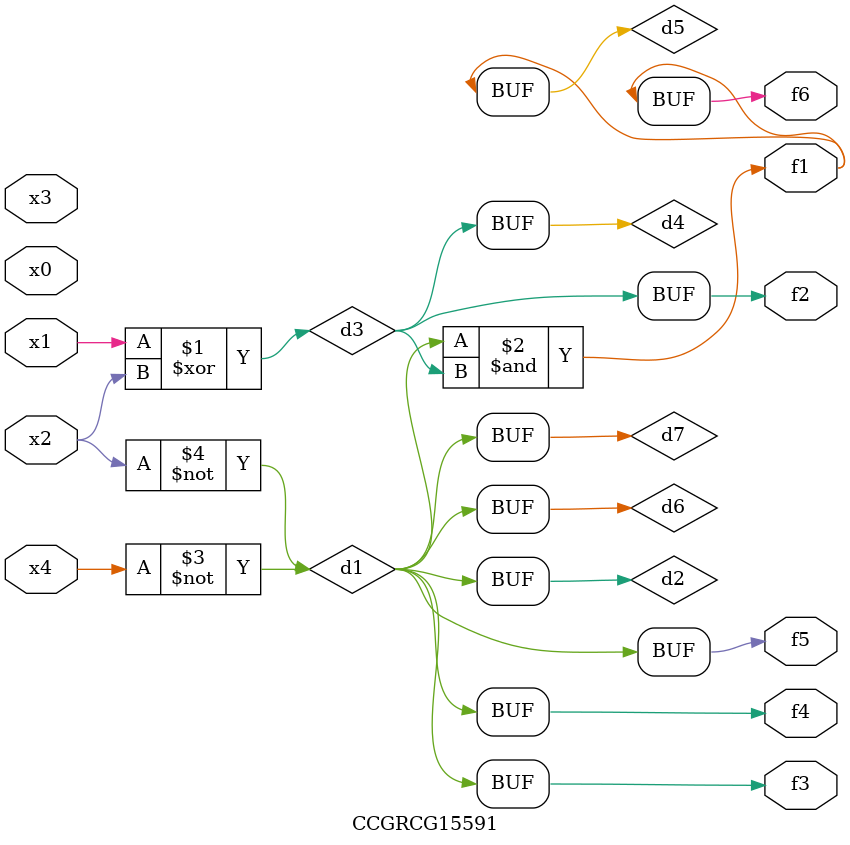
<source format=v>
module CCGRCG15591(
	input x0, x1, x2, x3, x4,
	output f1, f2, f3, f4, f5, f6
);

	wire d1, d2, d3, d4, d5, d6, d7;

	not (d1, x4);
	not (d2, x2);
	xor (d3, x1, x2);
	buf (d4, d3);
	and (d5, d1, d3);
	buf (d6, d1, d2);
	buf (d7, d2);
	assign f1 = d5;
	assign f2 = d4;
	assign f3 = d7;
	assign f4 = d7;
	assign f5 = d7;
	assign f6 = d5;
endmodule

</source>
